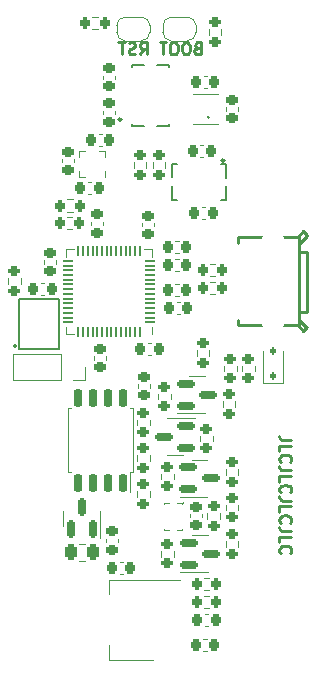
<source format=gbr>
%TF.GenerationSoftware,KiCad,Pcbnew,(7.0.0)*%
%TF.CreationDate,2023-12-17T22:30:30-08:00*%
%TF.ProjectId,Lyrav3,4c797261-7633-42e6-9b69-6361645f7063,rev?*%
%TF.SameCoordinates,Original*%
%TF.FileFunction,Legend,Bot*%
%TF.FilePolarity,Positive*%
%FSLAX46Y46*%
G04 Gerber Fmt 4.6, Leading zero omitted, Abs format (unit mm)*
G04 Created by KiCad (PCBNEW (7.0.0)) date 2023-12-17 22:30:30*
%MOMM*%
%LPD*%
G01*
G04 APERTURE LIST*
G04 Aperture macros list*
%AMRoundRect*
0 Rectangle with rounded corners*
0 $1 Rounding radius*
0 $2 $3 $4 $5 $6 $7 $8 $9 X,Y pos of 4 corners*
0 Add a 4 corners polygon primitive as box body*
4,1,4,$2,$3,$4,$5,$6,$7,$8,$9,$2,$3,0*
0 Add four circle primitives for the rounded corners*
1,1,$1+$1,$2,$3*
1,1,$1+$1,$4,$5*
1,1,$1+$1,$6,$7*
1,1,$1+$1,$8,$9*
0 Add four rect primitives between the rounded corners*
20,1,$1+$1,$2,$3,$4,$5,0*
20,1,$1+$1,$4,$5,$6,$7,0*
20,1,$1+$1,$6,$7,$8,$9,0*
20,1,$1+$1,$8,$9,$2,$3,0*%
%AMFreePoly0*
4,1,19,0.500000,-0.750000,0.000000,-0.750000,0.000000,-0.744911,-0.071157,-0.744911,-0.207708,-0.704816,-0.327430,-0.627875,-0.420627,-0.520320,-0.479746,-0.390866,-0.500000,-0.250000,-0.500000,0.250000,-0.479746,0.390866,-0.420627,0.520320,-0.327430,0.627875,-0.207708,0.704816,-0.071157,0.744911,0.000000,0.744911,0.000000,0.750000,0.500000,0.750000,0.500000,-0.750000,0.500000,-0.750000,
$1*%
%AMFreePoly1*
4,1,19,0.000000,0.744911,0.071157,0.744911,0.207708,0.704816,0.327430,0.627875,0.420627,0.520320,0.479746,0.390866,0.500000,0.250000,0.500000,-0.250000,0.479746,-0.390866,0.420627,-0.520320,0.327430,-0.627875,0.207708,-0.704816,0.071157,-0.744911,0.000000,-0.744911,0.000000,-0.750000,-0.500000,-0.750000,-0.500000,0.750000,0.000000,0.750000,0.000000,0.744911,0.000000,0.744911,
$1*%
G04 Aperture macros list end*
%ADD10C,0.250000*%
%ADD11C,0.200000*%
%ADD12C,0.120000*%
%ADD13C,0.100000*%
%ADD14C,0.300000*%
%ADD15C,0.150000*%
%ADD16R,0.250000X0.800000*%
%ADD17R,0.800000X0.250000*%
%ADD18RoundRect,0.112500X0.112500X-0.187500X0.112500X0.187500X-0.112500X0.187500X-0.112500X-0.187500X0*%
%ADD19R,0.700000X0.350000*%
%ADD20C,5.600000*%
%ADD21R,1.700000X1.700000*%
%ADD22O,1.700000X1.700000*%
%ADD23RoundRect,0.225000X-0.225000X-0.250000X0.225000X-0.250000X0.225000X0.250000X-0.225000X0.250000X0*%
%ADD24R,2.200000X2.200000*%
%ADD25C,2.200000*%
%ADD26R,0.350000X0.375000*%
%ADD27R,0.375000X0.350000*%
%ADD28RoundRect,0.200000X-0.200000X-0.275000X0.200000X-0.275000X0.200000X0.275000X-0.200000X0.275000X0*%
%ADD29RoundRect,0.225000X0.250000X-0.225000X0.250000X0.225000X-0.250000X0.225000X-0.250000X-0.225000X0*%
%ADD30RoundRect,0.200000X-0.275000X0.200000X-0.275000X-0.200000X0.275000X-0.200000X0.275000X0.200000X0*%
%ADD31R,1.350000X1.350000*%
%ADD32O,1.350000X1.350000*%
%ADD33RoundRect,0.225000X-0.250000X0.225000X-0.250000X-0.225000X0.250000X-0.225000X0.250000X0.225000X0*%
%ADD34RoundRect,0.050000X0.050000X-0.387500X0.050000X0.387500X-0.050000X0.387500X-0.050000X-0.387500X0*%
%ADD35RoundRect,0.050000X0.387500X-0.050000X0.387500X0.050000X-0.387500X0.050000X-0.387500X-0.050000X0*%
%ADD36R,3.200000X3.200000*%
%ADD37RoundRect,0.150000X-0.587500X-0.150000X0.587500X-0.150000X0.587500X0.150000X-0.587500X0.150000X0*%
%ADD38RoundRect,0.150000X0.150000X-0.587500X0.150000X0.587500X-0.150000X0.587500X-0.150000X-0.587500X0*%
%ADD39RoundRect,0.200000X0.275000X-0.200000X0.275000X0.200000X-0.275000X0.200000X-0.275000X-0.200000X0*%
%ADD40R,1.200000X1.400000*%
%ADD41RoundRect,0.150000X0.150000X-0.650000X0.150000X0.650000X-0.150000X0.650000X-0.150000X-0.650000X0*%
%ADD42RoundRect,0.200000X0.200000X0.275000X-0.200000X0.275000X-0.200000X-0.275000X0.200000X-0.275000X0*%
%ADD43R,2.000000X1.500000*%
%ADD44R,2.000000X3.800000*%
%ADD45RoundRect,0.225000X0.225000X0.250000X-0.225000X0.250000X-0.225000X-0.250000X0.225000X-0.250000X0*%
%ADD46R,1.600000X0.400000*%
%ADD47O,1.400000X1.200000*%
%ADD48O,1.900000X1.200000*%
%ADD49FreePoly0,0.000000*%
%ADD50FreePoly1,0.000000*%
%ADD51RoundRect,0.243750X-0.243750X-0.456250X0.243750X-0.456250X0.243750X0.456250X-0.243750X0.456250X0*%
%ADD52O,1.770000X0.450000*%
%ADD53R,0.600000X1.550000*%
%ADD54RoundRect,0.150000X0.587500X0.150000X-0.587500X0.150000X-0.587500X-0.150000X0.587500X-0.150000X0*%
%ADD55R,0.350000X0.630000*%
%ADD56R,0.580000X0.300000*%
%ADD57R,0.580000X0.250000*%
G04 APERTURE END LIST*
D10*
X24246619Y18806191D02*
X23532333Y18806191D01*
X23532333Y18806191D02*
X23389476Y18853810D01*
X23389476Y18853810D02*
X23294238Y18949048D01*
X23294238Y18949048D02*
X23246619Y19091905D01*
X23246619Y19091905D02*
X23246619Y19187143D01*
X23246619Y17853810D02*
X23246619Y18330000D01*
X23246619Y18330000D02*
X24246619Y18330000D01*
X23341857Y16949048D02*
X23294238Y16996667D01*
X23294238Y16996667D02*
X23246619Y17139524D01*
X23246619Y17139524D02*
X23246619Y17234762D01*
X23246619Y17234762D02*
X23294238Y17377619D01*
X23294238Y17377619D02*
X23389476Y17472857D01*
X23389476Y17472857D02*
X23484714Y17520476D01*
X23484714Y17520476D02*
X23675190Y17568095D01*
X23675190Y17568095D02*
X23818047Y17568095D01*
X23818047Y17568095D02*
X24008523Y17520476D01*
X24008523Y17520476D02*
X24103761Y17472857D01*
X24103761Y17472857D02*
X24199000Y17377619D01*
X24199000Y17377619D02*
X24246619Y17234762D01*
X24246619Y17234762D02*
X24246619Y17139524D01*
X24246619Y17139524D02*
X24199000Y16996667D01*
X24199000Y16996667D02*
X24151380Y16949048D01*
X24246619Y16234762D02*
X23532333Y16234762D01*
X23532333Y16234762D02*
X23389476Y16282381D01*
X23389476Y16282381D02*
X23294238Y16377619D01*
X23294238Y16377619D02*
X23246619Y16520476D01*
X23246619Y16520476D02*
X23246619Y16615714D01*
X23246619Y15282381D02*
X23246619Y15758571D01*
X23246619Y15758571D02*
X24246619Y15758571D01*
X23341857Y14377619D02*
X23294238Y14425238D01*
X23294238Y14425238D02*
X23246619Y14568095D01*
X23246619Y14568095D02*
X23246619Y14663333D01*
X23246619Y14663333D02*
X23294238Y14806190D01*
X23294238Y14806190D02*
X23389476Y14901428D01*
X23389476Y14901428D02*
X23484714Y14949047D01*
X23484714Y14949047D02*
X23675190Y14996666D01*
X23675190Y14996666D02*
X23818047Y14996666D01*
X23818047Y14996666D02*
X24008523Y14949047D01*
X24008523Y14949047D02*
X24103761Y14901428D01*
X24103761Y14901428D02*
X24199000Y14806190D01*
X24199000Y14806190D02*
X24246619Y14663333D01*
X24246619Y14663333D02*
X24246619Y14568095D01*
X24246619Y14568095D02*
X24199000Y14425238D01*
X24199000Y14425238D02*
X24151380Y14377619D01*
X24246619Y13663333D02*
X23532333Y13663333D01*
X23532333Y13663333D02*
X23389476Y13710952D01*
X23389476Y13710952D02*
X23294238Y13806190D01*
X23294238Y13806190D02*
X23246619Y13949047D01*
X23246619Y13949047D02*
X23246619Y14044285D01*
X23246619Y12710952D02*
X23246619Y13187142D01*
X23246619Y13187142D02*
X24246619Y13187142D01*
X23341857Y11806190D02*
X23294238Y11853809D01*
X23294238Y11853809D02*
X23246619Y11996666D01*
X23246619Y11996666D02*
X23246619Y12091904D01*
X23246619Y12091904D02*
X23294238Y12234761D01*
X23294238Y12234761D02*
X23389476Y12329999D01*
X23389476Y12329999D02*
X23484714Y12377618D01*
X23484714Y12377618D02*
X23675190Y12425237D01*
X23675190Y12425237D02*
X23818047Y12425237D01*
X23818047Y12425237D02*
X24008523Y12377618D01*
X24008523Y12377618D02*
X24103761Y12329999D01*
X24103761Y12329999D02*
X24199000Y12234761D01*
X24199000Y12234761D02*
X24246619Y12091904D01*
X24246619Y12091904D02*
X24246619Y11996666D01*
X24246619Y11996666D02*
X24199000Y11853809D01*
X24199000Y11853809D02*
X24151380Y11806190D01*
X24246619Y11091904D02*
X23532333Y11091904D01*
X23532333Y11091904D02*
X23389476Y11139523D01*
X23389476Y11139523D02*
X23294238Y11234761D01*
X23294238Y11234761D02*
X23246619Y11377618D01*
X23246619Y11377618D02*
X23246619Y11472856D01*
X23246619Y10139523D02*
X23246619Y10615713D01*
X23246619Y10615713D02*
X24246619Y10615713D01*
X23341857Y9234761D02*
X23294238Y9282380D01*
X23294238Y9282380D02*
X23246619Y9425237D01*
X23246619Y9425237D02*
X23246619Y9520475D01*
X23246619Y9520475D02*
X23294238Y9663332D01*
X23294238Y9663332D02*
X23389476Y9758570D01*
X23389476Y9758570D02*
X23484714Y9806189D01*
X23484714Y9806189D02*
X23675190Y9853808D01*
X23675190Y9853808D02*
X23818047Y9853808D01*
X23818047Y9853808D02*
X24008523Y9806189D01*
X24008523Y9806189D02*
X24103761Y9758570D01*
X24103761Y9758570D02*
X24199000Y9663332D01*
X24199000Y9663332D02*
X24246619Y9520475D01*
X24246619Y9520475D02*
X24246619Y9425237D01*
X24246619Y9425237D02*
X24199000Y9282380D01*
X24199000Y9282380D02*
X24151380Y9234761D01*
X16285371Y51999229D02*
X16142514Y51951610D01*
X16142514Y51951610D02*
X16094895Y51903991D01*
X16094895Y51903991D02*
X16047276Y51808753D01*
X16047276Y51808753D02*
X16047276Y51665896D01*
X16047276Y51665896D02*
X16094895Y51570658D01*
X16094895Y51570658D02*
X16142514Y51523039D01*
X16142514Y51523039D02*
X16237752Y51475420D01*
X16237752Y51475420D02*
X16618704Y51475420D01*
X16618704Y51475420D02*
X16618704Y52475420D01*
X16618704Y52475420D02*
X16285371Y52475420D01*
X16285371Y52475420D02*
X16190133Y52427800D01*
X16190133Y52427800D02*
X16142514Y52380181D01*
X16142514Y52380181D02*
X16094895Y52284943D01*
X16094895Y52284943D02*
X16094895Y52189705D01*
X16094895Y52189705D02*
X16142514Y52094467D01*
X16142514Y52094467D02*
X16190133Y52046848D01*
X16190133Y52046848D02*
X16285371Y51999229D01*
X16285371Y51999229D02*
X16618704Y51999229D01*
X15428228Y52475420D02*
X15237752Y52475420D01*
X15237752Y52475420D02*
X15142514Y52427800D01*
X15142514Y52427800D02*
X15047276Y52332562D01*
X15047276Y52332562D02*
X14999657Y52142086D01*
X14999657Y52142086D02*
X14999657Y51808753D01*
X14999657Y51808753D02*
X15047276Y51618277D01*
X15047276Y51618277D02*
X15142514Y51523039D01*
X15142514Y51523039D02*
X15237752Y51475420D01*
X15237752Y51475420D02*
X15428228Y51475420D01*
X15428228Y51475420D02*
X15523466Y51523039D01*
X15523466Y51523039D02*
X15618704Y51618277D01*
X15618704Y51618277D02*
X15666323Y51808753D01*
X15666323Y51808753D02*
X15666323Y52142086D01*
X15666323Y52142086D02*
X15618704Y52332562D01*
X15618704Y52332562D02*
X15523466Y52427800D01*
X15523466Y52427800D02*
X15428228Y52475420D01*
X14380609Y52475420D02*
X14190133Y52475420D01*
X14190133Y52475420D02*
X14094895Y52427800D01*
X14094895Y52427800D02*
X13999657Y52332562D01*
X13999657Y52332562D02*
X13952038Y52142086D01*
X13952038Y52142086D02*
X13952038Y51808753D01*
X13952038Y51808753D02*
X13999657Y51618277D01*
X13999657Y51618277D02*
X14094895Y51523039D01*
X14094895Y51523039D02*
X14190133Y51475420D01*
X14190133Y51475420D02*
X14380609Y51475420D01*
X14380609Y51475420D02*
X14475847Y51523039D01*
X14475847Y51523039D02*
X14571085Y51618277D01*
X14571085Y51618277D02*
X14618704Y51808753D01*
X14618704Y51808753D02*
X14618704Y52142086D01*
X14618704Y52142086D02*
X14571085Y52332562D01*
X14571085Y52332562D02*
X14475847Y52427800D01*
X14475847Y52427800D02*
X14380609Y52475420D01*
X13666323Y52475420D02*
X13094895Y52475420D01*
X13380609Y51475420D02*
X13380609Y52475420D01*
X11424476Y51475420D02*
X11757809Y51951610D01*
X11995904Y51475420D02*
X11995904Y52475420D01*
X11995904Y52475420D02*
X11614952Y52475420D01*
X11614952Y52475420D02*
X11519714Y52427800D01*
X11519714Y52427800D02*
X11472095Y52380181D01*
X11472095Y52380181D02*
X11424476Y52284943D01*
X11424476Y52284943D02*
X11424476Y52142086D01*
X11424476Y52142086D02*
X11472095Y52046848D01*
X11472095Y52046848D02*
X11519714Y51999229D01*
X11519714Y51999229D02*
X11614952Y51951610D01*
X11614952Y51951610D02*
X11995904Y51951610D01*
X11043523Y51523039D02*
X10900666Y51475420D01*
X10900666Y51475420D02*
X10662571Y51475420D01*
X10662571Y51475420D02*
X10567333Y51523039D01*
X10567333Y51523039D02*
X10519714Y51570658D01*
X10519714Y51570658D02*
X10472095Y51665896D01*
X10472095Y51665896D02*
X10472095Y51761134D01*
X10472095Y51761134D02*
X10519714Y51856372D01*
X10519714Y51856372D02*
X10567333Y51903991D01*
X10567333Y51903991D02*
X10662571Y51951610D01*
X10662571Y51951610D02*
X10853047Y51999229D01*
X10853047Y51999229D02*
X10948285Y52046848D01*
X10948285Y52046848D02*
X10995904Y52094467D01*
X10995904Y52094467D02*
X11043523Y52189705D01*
X11043523Y52189705D02*
X11043523Y52284943D01*
X11043523Y52284943D02*
X10995904Y52380181D01*
X10995904Y52380181D02*
X10948285Y52427800D01*
X10948285Y52427800D02*
X10853047Y52475420D01*
X10853047Y52475420D02*
X10614952Y52475420D01*
X10614952Y52475420D02*
X10472095Y52427800D01*
X10186380Y52475420D02*
X9614952Y52475420D01*
X9900666Y51475420D02*
X9900666Y52475420D01*
D11*
%TO.C,U2*%
X18713600Y42217299D02*
X18253600Y42217299D01*
X14593600Y42217299D02*
X14263600Y42217299D01*
X14263600Y42217299D02*
X14143600Y42217299D01*
X14143600Y42217299D02*
X14143600Y41067299D01*
X18713600Y41017299D02*
X18713600Y42217299D01*
X14143600Y40307299D02*
X14143600Y39167299D01*
X18713600Y39167299D02*
X18713600Y40357299D01*
X18253600Y39167299D02*
X18713600Y39167299D01*
X14143600Y39167299D02*
X14593600Y39167299D01*
D10*
X18563600Y42467299D02*
G75*
G03*
X18563600Y42467299I-110000J0D01*
G01*
D12*
%TO.C,D1*%
X23548800Y23655000D02*
X21848800Y23655000D01*
X21848800Y23655000D02*
X21848800Y26315000D01*
X23548800Y23655000D02*
X23548800Y26315000D01*
D13*
%TO.C,U7*%
X15908400Y48138200D02*
X18008400Y48138200D01*
X18008400Y45538200D02*
X15908400Y45538200D01*
X17308400Y46138200D02*
G75*
G03*
X17308400Y46138200I-100000J0D01*
G01*
D12*
%TO.C,C19*%
X14430220Y34644200D02*
X14711380Y34644200D01*
X14430220Y35664200D02*
X14711380Y35664200D01*
%TO.C,C18*%
X14430220Y33120200D02*
X14711380Y33120200D01*
X14430220Y34140200D02*
X14711380Y34140200D01*
%TO.C,U5*%
X6257200Y41115400D02*
X6757200Y41115400D01*
X6757200Y41115400D02*
X6757200Y41115400D01*
X8457200Y41115400D02*
X8457200Y41115400D01*
X6257200Y41615400D02*
X6257200Y41115400D01*
X8457200Y41615400D02*
X8457200Y41115400D01*
X6257200Y42815400D02*
X6257200Y42815400D01*
X8457200Y42815400D02*
X8457200Y43315400D01*
X6257200Y43315400D02*
X6257200Y42815400D01*
X6757200Y43315400D02*
X6257200Y43315400D01*
X7957200Y43315400D02*
X7957200Y43315400D01*
X8457200Y43315400D02*
X7957200Y43315400D01*
%TO.C,C22*%
X12093420Y27028200D02*
X12374580Y27028200D01*
X12093420Y26008200D02*
X12374580Y26008200D01*
%TO.C,R18*%
X17330742Y33746300D02*
X17805258Y33746300D01*
X17330742Y32701300D02*
X17805258Y32701300D01*
%TO.C,C11*%
X8320400Y46392820D02*
X8320400Y46673980D01*
X9340400Y46392820D02*
X9340400Y46673980D01*
%TO.C,R17*%
X14026500Y22742258D02*
X14026500Y22267742D01*
X12981500Y22742258D02*
X12981500Y22267742D01*
%TO.C,J5*%
X690400Y23934200D02*
X690400Y26054200D01*
X4750400Y23934200D02*
X690400Y23934200D01*
X4750400Y23934200D02*
X4750400Y26054200D01*
X5750400Y23934200D02*
X6810400Y23934200D01*
X6810400Y23934200D02*
X6810400Y24994200D01*
X4750400Y26054200D02*
X690400Y26054200D01*
%TO.C,R6*%
X13594700Y42351057D02*
X13594700Y41876541D01*
X12549700Y42351057D02*
X12549700Y41876541D01*
%TO.C,C10*%
X9340400Y49671180D02*
X9340400Y49390020D01*
X8320400Y49671180D02*
X8320400Y49390020D01*
%TO.C,U8*%
X5207600Y27768100D02*
X5857600Y27768100D01*
X5207600Y28418100D02*
X5207600Y27768100D01*
X12427600Y28418100D02*
X12427600Y27768100D01*
X5207600Y34338100D02*
X5207600Y34988100D01*
X12427600Y34338100D02*
X12427600Y34988100D01*
X5207600Y34988100D02*
X5857600Y34988100D01*
X12427600Y34988100D02*
X11777600Y34988100D01*
%TO.C,Q2*%
X16473500Y17141000D02*
X15823500Y17141000D01*
X16473500Y17141000D02*
X17123500Y17141000D01*
X16473500Y14021000D02*
X14798500Y14021000D01*
X16473500Y14021000D02*
X17123500Y14021000D01*
%TO.C,C17*%
X14531820Y30533400D02*
X14812980Y30533400D01*
X14531820Y29513400D02*
X14812980Y29513400D01*
%TO.C,Q1*%
X4959000Y12192600D02*
X4959000Y11542600D01*
X4959000Y12192600D02*
X4959000Y12842600D01*
X8079000Y12192600D02*
X8079000Y10517600D01*
X8079000Y12192600D02*
X8079000Y12842600D01*
%TO.C,C14*%
X7013420Y39622600D02*
X7294580Y39622600D01*
X7013420Y40642600D02*
X7294580Y40642600D01*
%TO.C,R27*%
X16537500Y18711742D02*
X16537500Y19186258D01*
X17582500Y18711742D02*
X17582500Y19186258D01*
%TO.C,R16*%
X14280500Y9420458D02*
X14280500Y8945942D01*
X13235500Y9420458D02*
X13235500Y8945942D01*
D11*
%TO.C,X1*%
X1186800Y26540700D02*
X1186800Y30740700D01*
X4586800Y26540700D02*
X1186800Y26540700D01*
X1186800Y30740700D02*
X4586800Y30740700D01*
X4586800Y30740700D02*
X4586800Y26540700D01*
D14*
X836800Y26740700D02*
G75*
G03*
X836800Y26740700I0J0D01*
G01*
D12*
%TO.C,U9*%
X5368800Y16064800D02*
X5628800Y16064800D01*
X10558800Y16064800D02*
X10558800Y14389800D01*
X10818800Y16064800D02*
X10558800Y16064800D01*
X5368800Y18789800D02*
X5368800Y16064800D01*
X5368800Y18789800D02*
X5368800Y21514800D01*
X10818800Y18789800D02*
X10818800Y16064800D01*
X10818800Y18789800D02*
X10818800Y21514800D01*
X5368800Y21514800D02*
X5628800Y21514800D01*
X10818800Y21514800D02*
X10558800Y21514800D01*
%TO.C,C6*%
X16919420Y4092000D02*
X17200580Y4092000D01*
X16919420Y3072000D02*
X17200580Y3072000D01*
%TO.C,R7*%
X11943700Y42351058D02*
X11943700Y41876542D01*
X10898700Y42351058D02*
X10898700Y41876542D01*
%TO.C,C12*%
X4815200Y42315820D02*
X4815200Y42596980D01*
X5835200Y42315820D02*
X5835200Y42596980D01*
%TO.C,R19*%
X19741500Y16328258D02*
X19741500Y15853742D01*
X18696500Y16328258D02*
X18696500Y15853742D01*
%TO.C,C1*%
X16665420Y38509000D02*
X16946580Y38509000D01*
X16665420Y37489000D02*
X16946580Y37489000D01*
%TO.C,C21*%
X11571600Y36893220D02*
X11571600Y37174380D01*
X12591600Y36893220D02*
X12591600Y37174380D01*
%TO.C,R15*%
X17805258Y31177300D02*
X17330742Y31177300D01*
X17805258Y32222300D02*
X17330742Y32222300D01*
%TO.C,R2*%
X281500Y32021342D02*
X281500Y32495858D01*
X1326500Y32021342D02*
X1326500Y32495858D01*
%TO.C,U1*%
X14810000Y6992000D02*
X8800000Y6992000D01*
X12560000Y172000D02*
X8800000Y172000D01*
X8800000Y172000D02*
X8800000Y1432000D01*
X8800000Y6992000D02*
X8800000Y5732000D01*
%TO.C,C2*%
X16810380Y42769499D02*
X16529220Y42769499D01*
X16810380Y43789499D02*
X16529220Y43789499D01*
%TO.C,C5*%
X16792420Y1933000D02*
X17073580Y1933000D01*
X16792420Y913000D02*
X17073580Y913000D01*
%TO.C,C7*%
X9705820Y8486200D02*
X9986980Y8486200D01*
X9705820Y7466200D02*
X9986980Y7466200D01*
%TO.C,C15*%
X16706400Y12536380D02*
X16706400Y12255220D01*
X15686400Y12536380D02*
X15686400Y12255220D01*
D10*
%TO.C,J7*%
X25276400Y36488600D02*
X25606400Y36158600D01*
X25606400Y36158600D02*
X25606400Y36118600D01*
X25606400Y36118600D02*
X24876400Y35388600D01*
X24876400Y36088600D02*
X25276400Y36488600D01*
X24876400Y36008600D02*
X24876400Y36088600D01*
X24876400Y36008600D02*
X19756400Y36008600D01*
X19756400Y36008600D02*
X19756400Y35508600D01*
X25606400Y34698600D02*
X25606400Y29658600D01*
X24876400Y34698600D02*
X25606400Y34698600D01*
X25606400Y29658600D02*
X24876400Y29658600D01*
X19756400Y29008600D02*
X19756400Y28508600D01*
X24876400Y28508600D02*
X24876400Y36008600D01*
X24876400Y28508600D02*
X24876400Y28428600D01*
X19756400Y28508600D02*
X24876400Y28508600D01*
X24876400Y28428600D02*
X25276400Y28028600D01*
X25606400Y28358600D02*
X25526400Y28358600D01*
X25526400Y28358600D02*
X24876400Y29008600D01*
X25276400Y28028600D02*
X25606400Y28358600D01*
D12*
%TO.C,C8*%
X8574400Y10172420D02*
X8574400Y10453580D01*
X9594400Y10172420D02*
X9594400Y10453580D01*
%TO.C,C23*%
X8527600Y25896780D02*
X8527600Y25615620D01*
X7507600Y25896780D02*
X7507600Y25615620D01*
%TO.C,R1*%
X7402055Y54650500D02*
X7876571Y54650500D01*
X7402055Y53605500D02*
X7876571Y53605500D01*
%TO.C,C13*%
X8208980Y43737400D02*
X7927820Y43737400D01*
X8208980Y44757400D02*
X7927820Y44757400D01*
%TO.C,Q3*%
X16503500Y10730000D02*
X15853500Y10730000D01*
X16503500Y10730000D02*
X17153500Y10730000D01*
X16503500Y7610000D02*
X14828500Y7610000D01*
X16503500Y7610000D02*
X17153500Y7610000D01*
%TO.C,R25*%
X12248500Y14487258D02*
X12248500Y14012742D01*
X11203500Y14487258D02*
X11203500Y14012742D01*
%TO.C,C25*%
X14430220Y32057400D02*
X14711380Y32057400D01*
X14430220Y31037400D02*
X14711380Y31037400D01*
%TO.C,J4*%
X13374000Y53920000D02*
X13374000Y53320000D01*
X14074000Y52620000D02*
X15474000Y52620000D01*
X15474000Y54620000D02*
X14074000Y54620000D01*
X16174000Y53320000D02*
X16174000Y53920000D01*
X14074000Y54620000D02*
G75*
G03*
X13374000Y53920000I-1J-699999D01*
G01*
X13374000Y53320000D02*
G75*
G03*
X14074000Y52620000I699999J-1D01*
G01*
X16174000Y53920000D02*
G75*
G03*
X15474000Y54620000I-700000J0D01*
G01*
X15474000Y52620000D02*
G75*
G03*
X16174000Y53320000I0J700000D01*
G01*
%TO.C,R12*%
X16822742Y5628500D02*
X17297258Y5628500D01*
X16822742Y4583500D02*
X17297258Y4583500D01*
%TO.C,R10*%
X17297258Y6107500D02*
X16822742Y6107500D01*
X17297258Y7152500D02*
X16822742Y7152500D01*
%TO.C,R21*%
X19766900Y13344258D02*
X19766900Y12869742D01*
X18721900Y13344258D02*
X18721900Y12869742D01*
%TO.C,F1*%
X6285822Y10007000D02*
X6802978Y10007000D01*
X6285822Y8587000D02*
X6802978Y8587000D01*
%TO.C,R3*%
X17277700Y26399858D02*
X17277700Y25925342D01*
X16232700Y26399858D02*
X16232700Y25925342D01*
%TO.C,R23*%
X12248500Y17535258D02*
X12248500Y17060742D01*
X11203500Y17535258D02*
X11203500Y17060742D01*
%TO.C,R24*%
X18192100Y12633058D02*
X18192100Y12158542D01*
X17147100Y12633058D02*
X17147100Y12158542D01*
D15*
%TO.C,U4*%
X10755600Y45375800D02*
X10755600Y45545800D01*
X11795600Y45375800D02*
X10755600Y45375800D01*
X12875600Y45375800D02*
X13915600Y45375800D01*
X13915600Y45375800D02*
X13915600Y45545800D01*
X10755600Y50535800D02*
X10755600Y50365800D01*
X11795600Y50535800D02*
X10755600Y50535800D01*
X12875600Y50535800D02*
X13915600Y50535800D01*
X13915600Y50535800D02*
X13915600Y50365800D01*
D10*
X9865600Y45955800D02*
G75*
G03*
X9865600Y45955800I-120000J0D01*
G01*
D12*
%TO.C,J3*%
X9466999Y53920000D02*
X9466999Y53320000D01*
X10166999Y52620000D02*
X11566999Y52620000D01*
X11566999Y54620000D02*
X10166999Y54620000D01*
X12266999Y53320000D02*
X12266999Y53920000D01*
X10166999Y54620000D02*
G75*
G03*
X9466999Y53920000I-1J-699999D01*
G01*
X9466999Y53320000D02*
G75*
G03*
X10166999Y52620000I699999J-1D01*
G01*
X12266999Y53920000D02*
G75*
G03*
X11566999Y54620000I-700000J0D01*
G01*
X11566999Y52620000D02*
G75*
G03*
X12266999Y53320000I0J700000D01*
G01*
%TO.C,R5*%
X5714858Y36663700D02*
X5240342Y36663700D01*
X5714858Y37708700D02*
X5240342Y37708700D01*
%TO.C,R9*%
X18442500Y21632742D02*
X18442500Y22107258D01*
X19487500Y21632742D02*
X19487500Y22107258D01*
%TO.C,R4*%
X5265742Y39178699D02*
X5740258Y39178699D01*
X5265742Y38133699D02*
X5740258Y38133699D01*
%TO.C,R20*%
X12248500Y20519258D02*
X12248500Y20044742D01*
X11203500Y20519258D02*
X11203500Y20044742D01*
%TO.C,R14*%
X17248700Y53115542D02*
X17248700Y53590058D01*
X18293700Y53115542D02*
X18293700Y53590058D01*
%TO.C,Q5*%
X14393000Y17516000D02*
X15043000Y17516000D01*
X14393000Y17516000D02*
X13743000Y17516000D01*
X14393000Y20636000D02*
X16068000Y20636000D01*
X14393000Y20636000D02*
X13743000Y20636000D01*
%TO.C,C16*%
X3342000Y33743620D02*
X3342000Y34024780D01*
X4362000Y33743620D02*
X4362000Y34024780D01*
D13*
%TO.C,U6*%
X15190200Y13473000D02*
G75*
G03*
X15190200Y13473000I-80000J0D01*
G01*
X13450200Y11193000D02*
X13450200Y11283000D01*
X13890200Y11193000D02*
X13450200Y11193000D01*
X14980200Y11193000D02*
X14540200Y11193000D01*
X14980200Y11283000D02*
X14980200Y11193000D01*
X13450200Y13383000D02*
X13450200Y13473000D01*
X13450200Y13473000D02*
X13890200Y13473000D01*
X14540200Y13473000D02*
X14980200Y13473000D01*
X14980200Y13473000D02*
X14980200Y13383000D01*
D12*
%TO.C,R26*%
X14280500Y15947258D02*
X14280500Y15472742D01*
X13235500Y15947258D02*
X13235500Y15472742D01*
%TO.C,C24*%
X3332180Y31088200D02*
X3051020Y31088200D01*
X3332180Y32108200D02*
X3051020Y32108200D01*
%TO.C,C4*%
X17098980Y48599400D02*
X16817820Y48599400D01*
X17098980Y49619400D02*
X16817820Y49619400D01*
%TO.C,Q4*%
X16249500Y24192000D02*
X15599500Y24192000D01*
X16249500Y24192000D02*
X16899500Y24192000D01*
X16249500Y21072000D02*
X14574500Y21072000D01*
X16249500Y21072000D02*
X16899500Y21072000D01*
%TO.C,R8*%
X19741500Y10232258D02*
X19741500Y9757742D01*
X18696500Y10232258D02*
X18696500Y9757742D01*
%TO.C,C27*%
X11266800Y23241020D02*
X11266800Y23522180D01*
X12286800Y23241020D02*
X12286800Y23522180D01*
%TO.C,C26*%
X7253600Y37007820D02*
X7253600Y37288980D01*
X8273600Y37007820D02*
X8273600Y37288980D01*
%TO.C,C3*%
X18683600Y46697620D02*
X18683600Y46978780D01*
X19703600Y46697620D02*
X19703600Y46978780D01*
%TO.C,R13*%
X21138500Y25091258D02*
X21138500Y24616742D01*
X20093500Y25091258D02*
X20093500Y24616742D01*
%TO.C,R11*%
X18569500Y24616742D02*
X18569500Y25091258D01*
X19614500Y24616742D02*
X19614500Y25091258D01*
%TD*%
%LPC*%
D16*
%TO.C,U2*%
X17923599Y41887298D03*
X17423599Y41887298D03*
X16923599Y41887298D03*
X16423599Y41887298D03*
X15923599Y41887298D03*
X15423599Y41887298D03*
X14923599Y41887298D03*
D17*
X14513599Y40687298D03*
D16*
X14923599Y39487298D03*
X15423599Y39487298D03*
X15923599Y39487298D03*
X16423599Y39487298D03*
X16923599Y39487298D03*
X17423599Y39487298D03*
X17923599Y39487298D03*
D17*
X18333599Y40687298D03*
%TD*%
D18*
%TO.C,D1*%
X22698800Y24215000D03*
X22698800Y26315000D03*
%TD*%
D19*
%TO.C,U7*%
X16158399Y47818199D03*
X16158399Y47168199D03*
X16158399Y46508199D03*
X16158399Y45858199D03*
X17758399Y47818199D03*
X17758399Y47168199D03*
X17758399Y46508199D03*
X17758399Y45858199D03*
%TD*%
D20*
%TO.C,H3*%
X3000000Y3000000D03*
%TD*%
D21*
%TO.C,J8*%
X22647999Y47015999D03*
D22*
X22647999Y44475999D03*
X22647999Y41935999D03*
X22647999Y39395999D03*
%TD*%
D23*
%TO.C,C19*%
X13795800Y35154200D03*
X15345800Y35154200D03*
%TD*%
D20*
%TO.C,H1*%
X3000000Y52000000D03*
%TD*%
%TO.C,H2*%
X22000000Y52000000D03*
%TD*%
%TO.C,H4*%
X22000000Y3000000D03*
%TD*%
D24*
%TO.C,J2*%
X3343999Y21107999D03*
D25*
X3344000Y18568000D03*
X3344000Y16028000D03*
X3344000Y13488000D03*
X3344000Y10948000D03*
X3344000Y8408000D03*
%TD*%
D24*
%TO.C,J9*%
X21377999Y8280999D03*
D25*
X21378000Y10821000D03*
X21378000Y13361000D03*
X21378000Y15901000D03*
X21378000Y18441000D03*
X21378000Y20981000D03*
%TD*%
D21*
%TO.C,J6*%
X2327999Y47025999D03*
D22*
X2327999Y44485999D03*
X2327999Y41945999D03*
X2327999Y39405999D03*
X2327999Y36865999D03*
X2327999Y34325999D03*
%TD*%
D23*
%TO.C,C18*%
X13795800Y33630200D03*
X15345800Y33630200D03*
%TD*%
D26*
%TO.C,U5*%
X8107199Y41452899D03*
X7607199Y41452899D03*
X7107199Y41452899D03*
X6607199Y41452899D03*
D27*
X6594699Y41965399D03*
X6594699Y42465399D03*
D26*
X6607199Y42977899D03*
X7107199Y42977899D03*
X7607199Y42977899D03*
X8107199Y42977899D03*
D27*
X8119699Y42465399D03*
X8119699Y41965399D03*
%TD*%
D23*
%TO.C,C22*%
X11459000Y26518200D03*
X13009000Y26518200D03*
%TD*%
D28*
%TO.C,R18*%
X16743000Y33223800D03*
X18393000Y33223800D03*
%TD*%
D29*
%TO.C,C11*%
X8830400Y45758400D03*
X8830400Y47308400D03*
%TD*%
D30*
%TO.C,R17*%
X13504000Y23330000D03*
X13504000Y21680000D03*
%TD*%
D31*
%TO.C,J5*%
X5750399Y24994199D03*
D32*
X3750399Y24994199D03*
X1750399Y24994199D03*
%TD*%
D30*
%TO.C,R6*%
X13072200Y42938799D03*
X13072200Y41288799D03*
%TD*%
D33*
%TO.C,C10*%
X8830400Y50305600D03*
X8830400Y48755600D03*
%TD*%
D34*
%TO.C,U8*%
X11417600Y27940600D03*
X11017600Y27940600D03*
X10617600Y27940600D03*
X10217600Y27940600D03*
X9817600Y27940600D03*
X9417600Y27940600D03*
X9017600Y27940600D03*
X8617600Y27940600D03*
X8217600Y27940600D03*
X7817600Y27940600D03*
X7417600Y27940600D03*
X7017600Y27940600D03*
X6617600Y27940600D03*
X6217600Y27940600D03*
D35*
X5380100Y28778100D03*
X5380100Y29178100D03*
X5380100Y29578100D03*
X5380100Y29978100D03*
X5380100Y30378100D03*
X5380100Y30778100D03*
X5380100Y31178100D03*
X5380100Y31578100D03*
X5380100Y31978100D03*
X5380100Y32378100D03*
X5380100Y32778100D03*
X5380100Y33178100D03*
X5380100Y33578100D03*
X5380100Y33978100D03*
D34*
X6217600Y34815600D03*
X6617600Y34815600D03*
X7017600Y34815600D03*
X7417600Y34815600D03*
X7817600Y34815600D03*
X8217600Y34815600D03*
X8617600Y34815600D03*
X9017600Y34815600D03*
X9417600Y34815600D03*
X9817600Y34815600D03*
X10217600Y34815600D03*
X10617600Y34815600D03*
X11017600Y34815600D03*
X11417600Y34815600D03*
D35*
X12255100Y33978100D03*
X12255100Y33578100D03*
X12255100Y33178100D03*
X12255100Y32778100D03*
X12255100Y32378100D03*
X12255100Y31978100D03*
X12255100Y31578100D03*
X12255100Y31178100D03*
X12255100Y30778100D03*
X12255100Y30378100D03*
X12255100Y29978100D03*
X12255100Y29578100D03*
X12255100Y29178100D03*
X12255100Y28778100D03*
D36*
X8817599Y31378099D03*
%TD*%
D37*
%TO.C,Q2*%
X15536000Y14631000D03*
X15536000Y16531000D03*
X17411000Y15581000D03*
%TD*%
D23*
%TO.C,C17*%
X13897400Y30023400D03*
X15447400Y30023400D03*
%TD*%
D38*
%TO.C,Q1*%
X7469000Y11255100D03*
X5569000Y11255100D03*
X6519000Y13130100D03*
%TD*%
D23*
%TO.C,C14*%
X7929000Y40132600D03*
X6379000Y40132600D03*
%TD*%
D39*
%TO.C,R27*%
X17060000Y18124000D03*
X17060000Y19774000D03*
%TD*%
D30*
%TO.C,R16*%
X13758000Y10008200D03*
X13758000Y8358200D03*
%TD*%
D40*
%TO.C,X1*%
X2036799Y27540699D03*
X2036799Y29740699D03*
X3736799Y29740699D03*
X3736799Y27540699D03*
%TD*%
D41*
%TO.C,U9*%
X9998800Y15189800D03*
X8728800Y15189800D03*
X7458800Y15189800D03*
X6188800Y15189800D03*
X6188800Y22389800D03*
X7458800Y22389800D03*
X8728800Y22389800D03*
X9998800Y22389800D03*
%TD*%
D23*
%TO.C,C6*%
X16285000Y3582000D03*
X17835000Y3582000D03*
%TD*%
D30*
%TO.C,R7*%
X11421200Y42938800D03*
X11421200Y41288800D03*
%TD*%
D29*
%TO.C,C12*%
X5325200Y41681400D03*
X5325200Y43231400D03*
%TD*%
D30*
%TO.C,R19*%
X19219000Y16916000D03*
X19219000Y15266000D03*
%TD*%
D23*
%TO.C,C1*%
X16031000Y37999000D03*
X17581000Y37999000D03*
%TD*%
D29*
%TO.C,C21*%
X12081600Y36258800D03*
X12081600Y37808800D03*
%TD*%
D42*
%TO.C,R15*%
X18393000Y31699800D03*
X16743000Y31699800D03*
%TD*%
D39*
%TO.C,R2*%
X804000Y31433600D03*
X804000Y33083600D03*
%TD*%
D43*
%TO.C,U1*%
X13859999Y5881999D03*
X13859999Y3581999D03*
X13859999Y1281999D03*
D44*
X7559999Y3581999D03*
%TD*%
D45*
%TO.C,C2*%
X17444800Y43279499D03*
X15894800Y43279499D03*
%TD*%
D23*
%TO.C,C5*%
X16158000Y1423000D03*
X17708000Y1423000D03*
%TD*%
%TO.C,C7*%
X9071400Y7976200D03*
X10621400Y7976200D03*
%TD*%
D33*
%TO.C,C15*%
X16196400Y13170800D03*
X16196400Y11620800D03*
%TD*%
D46*
%TO.C,J7*%
X20076399Y33558599D03*
X20076399Y32908599D03*
X20076399Y32258599D03*
X20076399Y31608599D03*
X20066399Y30958599D03*
D47*
X19826399Y29838599D03*
X19826399Y34678599D03*
D48*
X22726399Y35858599D03*
X22726399Y28658599D03*
%TD*%
D29*
%TO.C,C8*%
X9084400Y9538000D03*
X9084400Y11088000D03*
%TD*%
D33*
%TO.C,C23*%
X8017600Y26531200D03*
X8017600Y24981200D03*
%TD*%
D28*
%TO.C,R1*%
X6814313Y54128000D03*
X8464313Y54128000D03*
%TD*%
D45*
%TO.C,C13*%
X8843400Y44247400D03*
X7293400Y44247400D03*
%TD*%
D37*
%TO.C,Q3*%
X15566000Y8220000D03*
X15566000Y10120000D03*
X17441000Y9170000D03*
%TD*%
D30*
%TO.C,R25*%
X11726000Y15075000D03*
X11726000Y13425000D03*
%TD*%
D23*
%TO.C,C25*%
X13795800Y31547400D03*
X15345800Y31547400D03*
%TD*%
D49*
%TO.C,J4*%
X14124000Y53620000D03*
D50*
X15424000Y53620000D03*
%TD*%
D28*
%TO.C,R12*%
X16235000Y5106000D03*
X17885000Y5106000D03*
%TD*%
D42*
%TO.C,R10*%
X17885000Y6630000D03*
X16235000Y6630000D03*
%TD*%
D30*
%TO.C,R21*%
X19244400Y13932000D03*
X19244400Y12282000D03*
%TD*%
D51*
%TO.C,F1*%
X5606900Y9297000D03*
X7481900Y9297000D03*
%TD*%
D30*
%TO.C,R3*%
X16755200Y26987600D03*
X16755200Y25337600D03*
%TD*%
%TO.C,R23*%
X11726000Y18123000D03*
X11726000Y16473000D03*
%TD*%
%TO.C,R24*%
X17669600Y13220800D03*
X17669600Y11570800D03*
%TD*%
D52*
%TO.C,U4*%
X10925599Y45955799D03*
X10925599Y46755799D03*
X10925599Y47555799D03*
X10925599Y48355799D03*
X10925599Y49155799D03*
X10925599Y49955799D03*
D53*
X12335599Y50255799D03*
D52*
X13745599Y49955799D03*
X13745599Y49155799D03*
X13745599Y48355799D03*
X13745599Y47555799D03*
X13745599Y46755799D03*
X13745599Y45955799D03*
D53*
X12335599Y45655799D03*
%TD*%
D49*
%TO.C,J3*%
X10216999Y53620000D03*
D50*
X11516999Y53620000D03*
%TD*%
D42*
%TO.C,R5*%
X6302600Y37186200D03*
X4652600Y37186200D03*
%TD*%
D39*
%TO.C,R9*%
X18965000Y21045000D03*
X18965000Y22695000D03*
%TD*%
D28*
%TO.C,R4*%
X4678000Y38656199D03*
X6328000Y38656199D03*
%TD*%
D30*
%TO.C,R20*%
X11726000Y21107000D03*
X11726000Y19457000D03*
%TD*%
D39*
%TO.C,R14*%
X17771200Y52527800D03*
X17771200Y54177800D03*
%TD*%
D54*
%TO.C,Q5*%
X15330500Y20026000D03*
X15330500Y18126000D03*
X13455500Y19076000D03*
%TD*%
D29*
%TO.C,C16*%
X3852000Y33109200D03*
X3852000Y34659200D03*
%TD*%
D55*
%TO.C,U6*%
X14220199Y13192999D03*
D56*
X13590199Y13082999D03*
D57*
X13590199Y12582999D03*
X13590199Y12082999D03*
D56*
X13590199Y11582999D03*
D55*
X14220199Y11472999D03*
D56*
X14850199Y11582999D03*
D57*
X14850199Y12082999D03*
X14850199Y12582999D03*
D56*
X14850199Y13082999D03*
%TD*%
D30*
%TO.C,R26*%
X13758000Y16535000D03*
X13758000Y14885000D03*
%TD*%
D45*
%TO.C,C24*%
X3966600Y31598200D03*
X2416600Y31598200D03*
%TD*%
%TO.C,C4*%
X17733400Y49109400D03*
X16183400Y49109400D03*
%TD*%
D37*
%TO.C,Q4*%
X15312000Y21682000D03*
X15312000Y23582000D03*
X17187000Y22632000D03*
%TD*%
D30*
%TO.C,R8*%
X19219000Y10820000D03*
X19219000Y9170000D03*
%TD*%
D29*
%TO.C,C27*%
X11776800Y22606600D03*
X11776800Y24156600D03*
%TD*%
%TO.C,C26*%
X7763600Y36373400D03*
X7763600Y37923400D03*
%TD*%
%TO.C,C3*%
X19193600Y46063200D03*
X19193600Y47613200D03*
%TD*%
D30*
%TO.C,R13*%
X20616000Y25679000D03*
X20616000Y24029000D03*
%TD*%
D39*
%TO.C,R11*%
X19092000Y24029000D03*
X19092000Y25679000D03*
%TD*%
M02*

</source>
